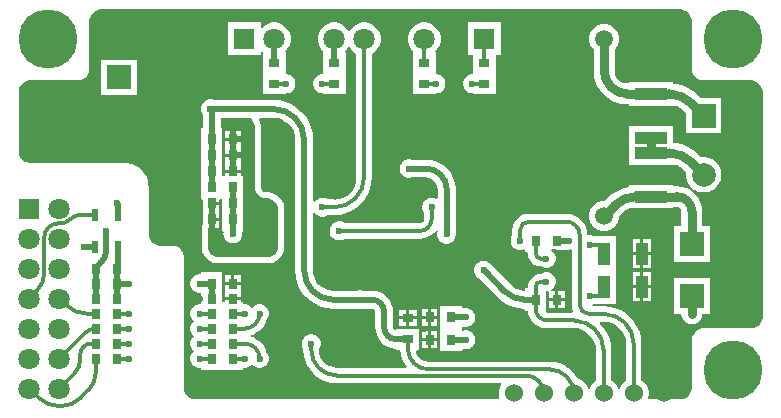
<source format=gbl>
%TF.GenerationSoftware,Altium Limited,Altium Designer,24.1.2 (44)*%
G04 Layer_Physical_Order=2*
G04 Layer_Color=16711680*
%FSLAX45Y45*%
%MOMM*%
%TF.SameCoordinates,791679A7-7A64-4111-B289-18E462613817*%
%TF.FilePolarity,Positive*%
%TF.FileFunction,Copper,L2,Bot,Signal*%
%TF.Part,Single*%
G01*
G75*
%TA.AperFunction,Conductor*%
%ADD10C,0.75000*%
%ADD11C,0.30000*%
%ADD12C,0.50000*%
%TA.AperFunction,SMDPad,CuDef*%
%ADD13R,0.95000X0.80000*%
%ADD17R,2.00000X2.00000*%
%ADD18R,0.80000X0.95000*%
%TA.AperFunction,ComponentPad*%
%ADD27C,1.50000*%
%ADD28R,1.80000X1.80000*%
%ADD29C,1.80000*%
%ADD30R,2.00000X2.00000*%
%ADD31C,2.00000*%
%ADD32R,2.00000X2.00000*%
%ADD33R,1.80000X1.80000*%
%TA.AperFunction,ViaPad*%
%ADD34C,1.52400*%
%ADD35C,5.00000*%
%ADD36C,0.60000*%
%TA.AperFunction,SMDPad,CuDef*%
%ADD37R,2.70000X1.00000*%
%ADD38R,1.00000X1.90000*%
%ADD39R,0.60000X1.00000*%
G36*
X5729169Y3396157D02*
X5747368Y3388619D01*
X5763746Y3377675D01*
X5777675Y3363746D01*
X5788619Y3347368D01*
X5796157Y3329169D01*
X5800000Y3309849D01*
Y2900000D01*
X5800481Y2890198D01*
X5804306Y2870971D01*
X5811808Y2852860D01*
X5822699Y2836560D01*
X5836561Y2822699D01*
X5852860Y2811808D01*
X5870971Y2804306D01*
X5890198Y2800481D01*
X5900000Y2800000D01*
X6309849D01*
X6329169Y2796157D01*
X6347368Y2788619D01*
X6363746Y2777675D01*
X6377675Y2763746D01*
X6388619Y2747368D01*
X6396157Y2729169D01*
X6400000Y2709849D01*
Y2700000D01*
Y800000D01*
Y790151D01*
X6396157Y770831D01*
X6388619Y752632D01*
X6377675Y736254D01*
X6363746Y722325D01*
X6347368Y711381D01*
X6329169Y703843D01*
X6309849Y700000D01*
X5900000D01*
X5890198Y699519D01*
X5870971Y695694D01*
X5852860Y688192D01*
X5836561Y677301D01*
X5822699Y663439D01*
X5811808Y647140D01*
X5804306Y629028D01*
X5800481Y609802D01*
X5800000Y600000D01*
Y190151D01*
X5796157Y170831D01*
X5788619Y152632D01*
X5777675Y136254D01*
X5763746Y122325D01*
X5747368Y111381D01*
X5729169Y103843D01*
X5709849Y100000D01*
X5437902D01*
X5428157Y112700D01*
X5433700Y133385D01*
Y166615D01*
X5425099Y198711D01*
X5408485Y227488D01*
X5384988Y250985D01*
X5373061Y257871D01*
Y568500D01*
X5373486D01*
X5369547Y618557D01*
X5357825Y667381D01*
X5338610Y713771D01*
X5312374Y756583D01*
X5279764Y794764D01*
X5241583Y827375D01*
X5198771Y853610D01*
X5152381Y872825D01*
X5103557Y884547D01*
X5053500Y888486D01*
Y888061D01*
X4958074D01*
X4956402Y900761D01*
X4964579Y902952D01*
X4972457Y907500D01*
X5157500D01*
Y1187500D01*
Y1477500D01*
X4972456D01*
X4964579Y1482048D01*
X4944232Y1487500D01*
X4926476D01*
X4921482Y1489849D01*
X4915253Y1498527D01*
X4912468Y1526806D01*
X4902461Y1559794D01*
X4886211Y1590195D01*
X4864342Y1616842D01*
X4837695Y1638711D01*
X4807294Y1654961D01*
X4774306Y1664968D01*
X4740000Y1668347D01*
Y1668061D01*
X4417500D01*
Y1668686D01*
X4381605Y1663961D01*
X4348157Y1650106D01*
X4319434Y1628066D01*
X4297394Y1599343D01*
X4283539Y1565895D01*
X4278814Y1530000D01*
X4279439D01*
Y1488945D01*
X4270452Y1473379D01*
X4265000Y1453032D01*
Y1431968D01*
X4270452Y1411621D01*
X4280984Y1393379D01*
X4295879Y1378484D01*
X4314121Y1367952D01*
X4334468Y1362500D01*
X4355532D01*
X4374800Y1367663D01*
X4378251Y1367301D01*
X4387500Y1361961D01*
Y1345000D01*
X4405032D01*
X4411551Y1335000D01*
X4415331Y1306285D01*
X4426415Y1279526D01*
X4444047Y1256548D01*
X4467025Y1238916D01*
X4493784Y1227832D01*
X4521499Y1224183D01*
X4536621Y1215452D01*
X4556968Y1210001D01*
X4578032D01*
X4598379Y1215452D01*
X4616621Y1225985D01*
X4631516Y1240879D01*
X4642048Y1259122D01*
X4647500Y1279468D01*
Y1300533D01*
X4642048Y1320879D01*
X4631516Y1339122D01*
X4616621Y1354016D01*
X4611626Y1356900D01*
X4615029Y1369600D01*
X4637512D01*
X4637921Y1369431D01*
X4657500Y1366853D01*
X4757500D01*
X4771739Y1368728D01*
X4784439Y1360132D01*
Y899000D01*
X4783779D01*
X4788642Y862061D01*
X4795394Y845761D01*
X4786908Y833061D01*
X4573787D01*
Y833182D01*
X4570978Y833741D01*
X4567500Y845000D01*
X4567500Y845000D01*
Y1012512D01*
X4580200Y1014753D01*
X4592100Y1005622D01*
Y955200D01*
X4644800D01*
Y1015400D01*
X4615028D01*
X4611625Y1028100D01*
X4616621Y1030984D01*
X4631516Y1045879D01*
X4642048Y1064122D01*
X4647500Y1084468D01*
Y1105532D01*
X4642048Y1125879D01*
X4631516Y1144121D01*
X4616621Y1159016D01*
X4598379Y1169548D01*
X4578032Y1175000D01*
X4556968D01*
X4536621Y1169548D01*
X4521499Y1160818D01*
X4493784Y1157169D01*
X4467025Y1146085D01*
X4444047Y1128453D01*
X4426415Y1105475D01*
X4415331Y1078716D01*
X4411551Y1050000D01*
X4405033Y1040000D01*
X4387500D01*
Y1028438D01*
X4374800Y1018788D01*
X4352491Y1020985D01*
X4323635Y1029738D01*
X4297041Y1043953D01*
X4274130Y1062756D01*
X4273815Y1063166D01*
X4109924Y1227057D01*
X4101516Y1241621D01*
X4086621Y1256516D01*
X4068379Y1267048D01*
X4048032Y1272500D01*
X4026968D01*
X4006621Y1267048D01*
X3988379Y1256516D01*
X3973484Y1241621D01*
X3962952Y1223379D01*
X3957500Y1203032D01*
Y1181968D01*
X3962952Y1161621D01*
X3973484Y1143379D01*
X3988379Y1128484D01*
X4002943Y1120075D01*
X4166834Y956185D01*
X4166626Y955977D01*
X4203054Y924865D01*
X4243901Y899834D01*
X4288160Y881501D01*
X4334742Y870318D01*
X4382500Y866559D01*
X4387500Y855930D01*
Y845000D01*
X4413570D01*
X4414834Y832169D01*
X4424056Y801766D01*
X4439033Y773747D01*
X4459188Y749188D01*
X4483747Y729033D01*
X4511766Y714056D01*
X4542169Y704834D01*
X4573787Y701720D01*
Y701939D01*
X4799500D01*
X4800365Y702053D01*
X4836301Y698514D01*
X4871689Y687779D01*
X4904302Y670347D01*
X4932888Y646888D01*
X4956347Y618302D01*
X4973779Y585689D01*
X4984514Y550302D01*
X4988053Y514365D01*
X4987939Y513500D01*
Y257871D01*
X4976011Y250985D01*
X4952515Y227488D01*
X4935900Y198711D01*
X4933074Y188163D01*
X4919926D01*
X4917099Y198711D01*
X4900485Y227488D01*
X4876988Y250985D01*
X4848211Y267599D01*
X4836532Y270729D01*
X4836081Y271818D01*
X4814081Y307719D01*
X4786736Y339736D01*
X4754719Y367081D01*
X4718818Y389081D01*
X4679917Y405194D01*
X4638975Y415024D01*
X4597000Y418327D01*
Y418061D01*
X3572202D01*
X3571292Y417941D01*
X3543504Y421599D01*
X3516762Y432676D01*
X3493797Y450297D01*
X3476176Y473261D01*
X3465099Y500004D01*
X3463987Y508451D01*
X3472361Y518000D01*
X3493500D01*
Y698000D01*
X3298500D01*
Y688000D01*
X3284593D01*
X3282798Y687519D01*
X3277386Y691136D01*
X3271947Y699274D01*
X3270038Y708875D01*
X3269897D01*
Y841625D01*
X3270101D01*
X3266705Y876103D01*
X3256648Y909255D01*
X3240317Y939809D01*
X3218339Y966589D01*
X3191559Y988567D01*
X3161005Y1004898D01*
X3127853Y1014955D01*
X3093375Y1018351D01*
Y1018147D01*
X3019277D01*
X3003032Y1022500D01*
X2981968D01*
X2965723Y1018147D01*
X2764000D01*
X2763127Y1018032D01*
X2730629Y1021233D01*
X2698540Y1030967D01*
X2668967Y1046774D01*
X2643047Y1068047D01*
X2621774Y1093968D01*
X2605967Y1123541D01*
X2596233Y1155629D01*
X2593032Y1188127D01*
X2593147Y1189000D01*
Y1675312D01*
X2605847Y1678715D01*
X2607484Y1675879D01*
X2622379Y1660984D01*
X2640621Y1650452D01*
X2660968Y1645000D01*
X2682032D01*
X2702379Y1650452D01*
X2717946Y1659439D01*
X2771500D01*
Y1659014D01*
X2821557Y1662953D01*
X2870381Y1674675D01*
X2916771Y1693890D01*
X2959583Y1720126D01*
X2997764Y1752736D01*
X3030374Y1790917D01*
X3056610Y1833729D01*
X3075825Y1880119D01*
X3087547Y1928943D01*
X3091486Y1979000D01*
X3091061D01*
Y3026194D01*
X3111462Y3037972D01*
X3137528Y3064038D01*
X3155959Y3095962D01*
X3165500Y3131569D01*
Y3168431D01*
X3155959Y3204038D01*
X3137528Y3235962D01*
X3111462Y3262028D01*
X3079538Y3280459D01*
X3043931Y3290000D01*
X3007069D01*
X2971462Y3280459D01*
X2939538Y3262028D01*
X2913472Y3235962D01*
X2904850Y3221028D01*
X2892150D01*
X2883528Y3235962D01*
X2857462Y3262028D01*
X2825538Y3280459D01*
X2789931Y3290000D01*
X2753069D01*
X2717462Y3280459D01*
X2685538Y3262028D01*
X2659472Y3235962D01*
X2641041Y3204038D01*
X2631500Y3168431D01*
Y3131569D01*
X2641041Y3095962D01*
X2659472Y3064038D01*
X2671205Y3052305D01*
X2673999Y3040000D01*
X2674000D01*
X2674000Y3039999D01*
Y2872700D01*
X2674000Y2860000D01*
X2667483Y2850000D01*
X2660968D01*
X2640621Y2844548D01*
X2622379Y2834016D01*
X2607484Y2819121D01*
X2596952Y2800879D01*
X2591500Y2780532D01*
Y2759468D01*
X2596952Y2739121D01*
X2607484Y2720879D01*
X2622379Y2705984D01*
X2640621Y2695452D01*
X2660968Y2690000D01*
X2674000D01*
Y2680000D01*
X2869000D01*
Y2847300D01*
X2869000Y2860000D01*
X2869000Y2872700D01*
Y3040000D01*
X2869000D01*
X2866214Y3046725D01*
X2883528Y3064038D01*
X2892150Y3078973D01*
X2904850D01*
X2913472Y3064038D01*
X2939538Y3037972D01*
X2959939Y3026194D01*
Y1979000D01*
X2960053Y1978135D01*
X2956514Y1942199D01*
X2945779Y1906811D01*
X2928347Y1874198D01*
X2904888Y1845613D01*
X2876302Y1822153D01*
X2843689Y1804721D01*
X2808301Y1793986D01*
X2772365Y1790447D01*
X2771500Y1790561D01*
X2717946D01*
X2702379Y1799548D01*
X2682032Y1805000D01*
X2660968D01*
X2640621Y1799548D01*
X2622379Y1789016D01*
X2607484Y1774121D01*
X2605847Y1771286D01*
X2593147Y1774688D01*
Y2296000D01*
X2593540D01*
X2589385Y2348803D01*
X2577020Y2400306D01*
X2556751Y2449240D01*
X2529076Y2494401D01*
X2494677Y2534677D01*
X2454401Y2569076D01*
X2409240Y2596751D01*
X2360306Y2617020D01*
X2308803Y2629385D01*
X2256000Y2633541D01*
Y2633147D01*
X1750777D01*
X1734532Y2637500D01*
X1713468D01*
X1693121Y2632048D01*
X1674879Y2621516D01*
X1659984Y2606621D01*
X1649452Y2588379D01*
X1644000Y2568032D01*
Y2546968D01*
X1649452Y2526621D01*
X1658353Y2511205D01*
Y2397500D01*
X1644000D01*
Y2202500D01*
Y2067500D01*
Y1932500D01*
Y1797500D01*
X1656924D01*
X1663980Y1786940D01*
X1660930Y1779579D01*
X1658353Y1760000D01*
Y1625000D01*
Y1579768D01*
X1652901Y1571609D01*
X1649020Y1552100D01*
Y1400002D01*
X1649020Y1390152D01*
X1649999Y1385227D01*
Y1380205D01*
X1653842Y1360886D01*
X1655763Y1356246D01*
X1656743Y1351322D01*
X1664281Y1333123D01*
X1667070Y1328949D01*
X1668992Y1324309D01*
X1679935Y1307930D01*
X1683486Y1304380D01*
X1686275Y1300205D01*
X1700204Y1286276D01*
X1704380Y1283486D01*
X1707930Y1279935D01*
X1724309Y1268992D01*
X1728949Y1267070D01*
X1733124Y1264281D01*
X1751322Y1256743D01*
X1756247Y1255764D01*
X1760885Y1253842D01*
X1780205Y1250000D01*
X1785227D01*
X1790152Y1249020D01*
X1800002Y1249021D01*
X2199990Y1249021D01*
X2209839Y1249020D01*
X2214765Y1249999D01*
X2219787Y1249999D01*
X2239108Y1253840D01*
X2243748Y1255762D01*
X2248673Y1256741D01*
X2266873Y1264278D01*
X2271049Y1267068D01*
X2275688Y1268989D01*
X2292068Y1279933D01*
X2295619Y1283483D01*
X2299794Y1286273D01*
X2313724Y1300202D01*
X2316514Y1304378D01*
X2320064Y1307929D01*
X2331009Y1324308D01*
X2332930Y1328947D01*
X2335720Y1333123D01*
X2343258Y1351323D01*
X2344237Y1356248D01*
X2346159Y1360887D01*
X2350001Y1380208D01*
X2350001Y1385230D01*
X2350980Y1390156D01*
X2350979Y1399998D01*
X2350980Y1400001D01*
Y1700000D01*
X2350979Y1709851D01*
X2350000Y1714775D01*
Y1719795D01*
X2346157Y1739115D01*
X2344235Y1743753D01*
X2343256Y1748678D01*
X2335717Y1766877D01*
X2332928Y1771051D01*
X2331007Y1775690D01*
X2320063Y1792069D01*
X2316513Y1795619D01*
X2313723Y1799794D01*
X2299794Y1813723D01*
X2295619Y1816512D01*
X2292069Y1820063D01*
X2275690Y1831006D01*
X2271052Y1832927D01*
X2266877Y1835717D01*
X2248678Y1843256D01*
X2243753Y1844235D01*
X2239115Y1846157D01*
X2219795Y1850000D01*
X2214774D01*
X2209849Y1850979D01*
X2201254D01*
X2196455Y1851215D01*
X2185842Y1853326D01*
X2177008Y1856985D01*
X2169058Y1862297D01*
X2162297Y1869058D01*
X2156986Y1877007D01*
X2153326Y1885842D01*
X2151215Y1896455D01*
X2150980Y1901248D01*
X2150979Y2400000D01*
Y2409849D01*
X2150000Y2414774D01*
Y2419795D01*
X2146157Y2439115D01*
X2144235Y2443753D01*
X2143256Y2448678D01*
X2135718Y2466877D01*
X2134197Y2469153D01*
X2135809Y2474708D01*
X2141437Y2481853D01*
X2256000D01*
X2257189Y2482010D01*
X2292311Y2478550D01*
X2327228Y2467958D01*
X2359406Y2450759D01*
X2387611Y2427611D01*
X2410758Y2399406D01*
X2427958Y2367228D01*
X2438550Y2332312D01*
X2442009Y2297189D01*
X2441853Y2296000D01*
Y1189000D01*
X2441506D01*
X2445476Y1138551D01*
X2457290Y1089344D01*
X2476656Y1042591D01*
X2503097Y999443D01*
X2535962Y960962D01*
X2574443Y928097D01*
X2617591Y901656D01*
X2664344Y882290D01*
X2713551Y870477D01*
X2764000Y866506D01*
Y866853D01*
X2965723D01*
X2981968Y862500D01*
X3003032D01*
X3019277Y866853D01*
X3093375D01*
Y866712D01*
X3102976Y864803D01*
X3111114Y859365D01*
X3116553Y851226D01*
X3118462Y841625D01*
X3118603D01*
Y708875D01*
X3118399D01*
X3121795Y674397D01*
X3131851Y641245D01*
X3148183Y610691D01*
X3170161Y583911D01*
X3196941Y561933D01*
X3227495Y545601D01*
X3260592Y535562D01*
X3264246Y533452D01*
X3284593Y528000D01*
X3298500D01*
Y518000D01*
X3330887D01*
X3334490Y481418D01*
X3348282Y435951D01*
X3370680Y394049D01*
X3384637Y377041D01*
X3379207Y365561D01*
X2796283D01*
X2796158Y365544D01*
X2766385Y368477D01*
X2737636Y377197D01*
X2711141Y391359D01*
X2687918Y410418D01*
X2668859Y433641D01*
X2654697Y460136D01*
X2645976Y488885D01*
X2643044Y518658D01*
X2643060Y518783D01*
Y524554D01*
X2652048Y540121D01*
X2657500Y560468D01*
Y581532D01*
X2652048Y601879D01*
X2641516Y620121D01*
X2626621Y635016D01*
X2608379Y645548D01*
X2588032Y651000D01*
X2566968D01*
X2546621Y645548D01*
X2528379Y635016D01*
X2513484Y620121D01*
X2502952Y601879D01*
X2497500Y581532D01*
Y560468D01*
X2502952Y540121D01*
X2508650Y530252D01*
X2511622Y518783D01*
X2511622D01*
X2515127Y474252D01*
X2525555Y430818D01*
X2542648Y389550D01*
X2565988Y351464D01*
X2594997Y317497D01*
X2628963Y288488D01*
X2667050Y265149D01*
X2708318Y248055D01*
X2751752Y237627D01*
X2796283Y234122D01*
Y234439D01*
X4180299D01*
X4187195Y221739D01*
X4173900Y198711D01*
X4165300Y166615D01*
Y133385D01*
X4170843Y112700D01*
X4161098Y100000D01*
X1590151D01*
X1570831Y103843D01*
X1552632Y111381D01*
X1536254Y122325D01*
X1522325Y136254D01*
X1511381Y152632D01*
X1503843Y170831D01*
X1500000Y190151D01*
Y200000D01*
Y1300000D01*
X1499518Y1309802D01*
X1495694Y1329028D01*
X1488192Y1347140D01*
X1477301Y1363439D01*
X1463439Y1377301D01*
X1447140Y1388192D01*
X1429028Y1395694D01*
X1409802Y1399518D01*
X1400000Y1400000D01*
X1290151D01*
X1270831Y1403843D01*
X1252632Y1411381D01*
X1236254Y1422325D01*
X1222325Y1436254D01*
X1211381Y1452632D01*
X1203843Y1470831D01*
X1200000Y1490151D01*
Y1900000D01*
X1199037Y1919603D01*
X1191388Y1958057D01*
X1176384Y1994279D01*
X1154602Y2026879D01*
X1126878Y2054602D01*
X1094279Y2076384D01*
X1058057Y2091388D01*
X1019603Y2099037D01*
X1000000Y2100000D01*
X190151D01*
X170831Y2103843D01*
X152632Y2111381D01*
X136254Y2122325D01*
X122325Y2136254D01*
X111381Y2152632D01*
X103843Y2170831D01*
X100000Y2190151D01*
Y2200000D01*
Y2700000D01*
Y2709849D01*
X103843Y2729169D01*
X111381Y2747368D01*
X122325Y2763746D01*
X136254Y2777675D01*
X152632Y2788619D01*
X170831Y2796157D01*
X190151Y2800000D01*
X600000D01*
X609802Y2800481D01*
X629028Y2804306D01*
X647140Y2811808D01*
X663439Y2822699D01*
X677301Y2836560D01*
X688192Y2852860D01*
X695694Y2870971D01*
X699519Y2890198D01*
X700000Y2900000D01*
Y3309849D01*
X703843Y3329169D01*
X711381Y3347368D01*
X722325Y3363746D01*
X736254Y3377675D01*
X752632Y3388619D01*
X770831Y3396157D01*
X790151Y3400000D01*
X5709849D01*
X5729169Y3396157D01*
D02*
G37*
G36*
X2063746Y2477675D02*
X2077675Y2463746D01*
X2088619Y2447367D01*
X2096157Y2429169D01*
X2100000Y2409849D01*
Y2400000D01*
X2100000Y1900000D01*
X2100481Y1890198D01*
X2104306Y1870971D01*
X2111808Y1852860D01*
X2122699Y1836560D01*
X2136561Y1822699D01*
X2152860Y1811808D01*
X2170971Y1804306D01*
X2190198Y1800481D01*
X2200000Y1800000D01*
Y1800000D01*
X2209849D01*
X2229169Y1796157D01*
X2247368Y1788618D01*
X2263746Y1777675D01*
X2277675Y1763746D01*
X2288618Y1747368D01*
X2296157Y1729169D01*
X2300000Y1709849D01*
X2300000Y1700000D01*
Y1400001D01*
X2299999Y1400000D01*
X2300000Y1390151D01*
X2296158Y1370830D01*
X2288620Y1352630D01*
X2277676Y1336251D01*
X2263747Y1322322D01*
X2247367Y1311378D01*
X2229167Y1303841D01*
X2209846Y1299999D01*
X2199997Y1300001D01*
X1799999Y1300000D01*
X1790150Y1300000D01*
X1770830Y1303842D01*
X1752631Y1311380D01*
X1736252Y1322324D01*
X1722323Y1336253D01*
X1711380Y1352631D01*
X1703842Y1370830D01*
X1699999Y1390150D01*
X1700000Y1399999D01*
Y1552100D01*
X1721300D01*
Y1625000D01*
X1734000D01*
Y1637700D01*
X1799400D01*
Y1687100D01*
Y1747300D01*
X1734000D01*
Y1772700D01*
X1799400D01*
Y1788520D01*
X1808380Y1797500D01*
X1823999Y1797500D01*
X1824000Y1784801D01*
Y1662500D01*
Y1527500D01*
X1825053D01*
X1827265Y1526170D01*
X1835258Y1514800D01*
X1833310Y1500000D01*
X1836059Y1479116D01*
X1844120Y1459655D01*
X1856943Y1442944D01*
X1873655Y1430120D01*
X1893116Y1422059D01*
X1914000Y1419310D01*
X1934884Y1422059D01*
X1954345Y1430120D01*
X1971057Y1442944D01*
X1983880Y1459655D01*
X1991941Y1479116D01*
X1994690Y1500000D01*
X1992742Y1514800D01*
X2000735Y1526170D01*
X2002947Y1527500D01*
X2004000D01*
Y1662500D01*
Y1797500D01*
Y1992500D01*
X1979400D01*
Y2017300D01*
X1914000D01*
X1848600D01*
Y2001480D01*
X1839620Y1992500D01*
X1824000Y1992500D01*
X1824000Y2005200D01*
Y2067500D01*
Y2202500D01*
Y2397500D01*
X1809647D01*
Y2481853D01*
X2057493D01*
X2063746Y2477675D01*
D02*
G37*
G36*
X5090301Y753514D02*
X5125689Y742779D01*
X5158302Y725347D01*
X5186888Y701888D01*
X5210347Y673302D01*
X5227779Y640689D01*
X5238514Y605302D01*
X5242053Y569365D01*
X5241939Y568500D01*
Y257871D01*
X5230011Y250985D01*
X5206515Y227488D01*
X5189900Y198711D01*
X5187074Y188163D01*
X5173926D01*
X5171099Y198711D01*
X5154485Y227488D01*
X5130988Y250985D01*
X5119061Y257871D01*
Y513500D01*
X5119486D01*
X5115547Y563557D01*
X5103825Y612381D01*
X5084610Y658771D01*
X5058374Y701583D01*
X5025764Y739765D01*
X5019606Y745024D01*
X5024002Y756939D01*
X5053500D01*
X5054365Y757053D01*
X5090301Y753514D01*
D02*
G37*
%LPC*%
G36*
X2281931Y3290000D02*
X2245069D01*
X2209462Y3280459D01*
X2177538Y3262028D01*
X2162200Y3246689D01*
X2149500Y3251950D01*
Y3290000D01*
X1869500D01*
Y3010000D01*
X2149500D01*
Y3040483D01*
X2161646Y3045514D01*
X2165999Y3040000D01*
X2166000D01*
X2166000Y3039999D01*
Y2872700D01*
X2166000Y2860000D01*
X2166000Y2847300D01*
Y2680000D01*
X2361000D01*
Y2690000D01*
X2374032D01*
X2394379Y2695452D01*
X2412621Y2705984D01*
X2427516Y2720879D01*
X2438048Y2739121D01*
X2443500Y2759468D01*
Y2780532D01*
X2438048Y2800879D01*
X2427516Y2819121D01*
X2412621Y2834016D01*
X2394379Y2844548D01*
X2374032Y2850000D01*
X2367517D01*
X2361000Y2860000D01*
X2361000Y2872700D01*
Y3040000D01*
X2361000D01*
X2358214Y3046725D01*
X2375528Y3064038D01*
X2393959Y3095962D01*
X2403500Y3131569D01*
Y3168431D01*
X2393959Y3204038D01*
X2375528Y3235962D01*
X2349462Y3262028D01*
X2317538Y3280459D01*
X2281931Y3290000D01*
D02*
G37*
G36*
X3551931D02*
X3515069D01*
X3479462Y3280459D01*
X3447538Y3262028D01*
X3421472Y3235962D01*
X3403041Y3204038D01*
X3393500Y3168431D01*
Y3131569D01*
X3403041Y3095962D01*
X3421472Y3064038D01*
X3433205Y3052305D01*
X3435999Y3040000D01*
X3436000D01*
X3436000Y3040000D01*
Y2872700D01*
X3436000Y2860000D01*
X3436000Y2847300D01*
Y2680000D01*
X3631000D01*
Y2690000D01*
X3644032D01*
X3664379Y2695452D01*
X3682621Y2705984D01*
X3697516Y2720879D01*
X3708048Y2739121D01*
X3713500Y2759468D01*
Y2780532D01*
X3708048Y2800879D01*
X3697516Y2819121D01*
X3682621Y2834016D01*
X3664379Y2844548D01*
X3644032Y2850000D01*
X3637517D01*
X3631000Y2860000D01*
X3631000Y2872700D01*
Y3040000D01*
X3631000D01*
X3628214Y3046725D01*
X3645528Y3064038D01*
X3663959Y3095962D01*
X3673500Y3131569D01*
Y3168431D01*
X3663959Y3204038D01*
X3645528Y3235962D01*
X3619462Y3262028D01*
X3587538Y3280459D01*
X3551931Y3290000D01*
D02*
G37*
G36*
X4181500D02*
X3901500D01*
Y3010000D01*
X3944000D01*
Y2872700D01*
X3944000Y2860000D01*
X3937483Y2850000D01*
X3930968D01*
X3910621Y2844548D01*
X3892379Y2834016D01*
X3877484Y2819121D01*
X3866952Y2800879D01*
X3861500Y2780532D01*
Y2759468D01*
X3866952Y2739121D01*
X3877484Y2720879D01*
X3892379Y2705984D01*
X3910621Y2695452D01*
X3930968Y2690000D01*
X3944000D01*
Y2680000D01*
X4139000D01*
Y2847300D01*
X4139000Y2860000D01*
X4139000Y2872700D01*
Y3010000D01*
X4181500D01*
Y3290000D01*
D02*
G37*
G36*
X1100000Y2975000D02*
X800000D01*
Y2675000D01*
X1100000D01*
Y2975000D01*
D02*
G37*
G36*
X5073957Y3275000D02*
X5041043D01*
X5009252Y3266481D01*
X4980748Y3250025D01*
X4957475Y3226752D01*
X4941019Y3198248D01*
X4932500Y3166457D01*
Y3133543D01*
X4941019Y3101752D01*
X4957475Y3073248D01*
X4969245Y3061479D01*
Y2882500D01*
X4969119D01*
X4972638Y2837778D01*
X4983111Y2794158D01*
X5000278Y2752713D01*
X5023717Y2714463D01*
X5052851Y2680351D01*
X5086963Y2651217D01*
X5125213Y2627778D01*
X5166658Y2610611D01*
X5210278Y2600138D01*
X5255000Y2596619D01*
Y2596618D01*
X5267500Y2596136D01*
Y2585000D01*
X5637500D01*
Y2585000D01*
X5650200Y2591407D01*
X5673326Y2584391D01*
X5702031Y2569048D01*
X5726230Y2549188D01*
X5726989Y2548199D01*
X5750000Y2525188D01*
Y2350000D01*
X6050000D01*
Y2650000D01*
X5874811D01*
X5851801Y2673011D01*
X5852013Y2673224D01*
X5811139Y2708134D01*
X5765307Y2736219D01*
X5715645Y2756790D01*
X5663377Y2769338D01*
X5637500Y2771375D01*
Y2785000D01*
X5267500D01*
Y2773255D01*
X5255000D01*
X5253392Y2773043D01*
X5226616Y2776568D01*
X5200166Y2787525D01*
X5177453Y2804953D01*
X5160024Y2827666D01*
X5149068Y2854116D01*
X5145543Y2880892D01*
X5145755Y2882500D01*
Y3061479D01*
X5157525Y3073248D01*
X5173981Y3101752D01*
X5182500Y3133543D01*
Y3166457D01*
X5173981Y3198248D01*
X5157525Y3226752D01*
X5134252Y3250025D01*
X5105748Y3266481D01*
X5073957Y3275000D01*
D02*
G37*
G36*
X5637500Y2415000D02*
X5267500D01*
Y2215000D01*
Y2085000D01*
X5637500D01*
Y2085000D01*
X5650200Y2091407D01*
X5673326Y2084391D01*
X5702031Y2069048D01*
X5726230Y2049188D01*
X5726989Y2048199D01*
X5751728Y2023461D01*
X5750000Y2014774D01*
Y1985226D01*
X5755764Y1956247D01*
X5767072Y1928948D01*
X5783487Y1904381D01*
X5804380Y1883487D01*
X5828948Y1867072D01*
X5856246Y1855765D01*
X5885226Y1850000D01*
X5914773D01*
X5943753Y1855765D01*
X5971051Y1867072D01*
X5995619Y1883487D01*
X6016512Y1904381D01*
X6032928Y1928948D01*
X6044235Y1956247D01*
X6050000Y1985226D01*
Y2014774D01*
X6044235Y2043753D01*
X6032928Y2071052D01*
X6016512Y2095619D01*
X5995619Y2116513D01*
X5971051Y2132928D01*
X5943753Y2144235D01*
X5914773Y2150000D01*
X5885226D01*
X5876539Y2148272D01*
X5851800Y2173011D01*
X5852013Y2173223D01*
X5811139Y2208134D01*
X5765306Y2236219D01*
X5715645Y2256790D01*
X5663377Y2269338D01*
X5637500Y2271375D01*
Y2415000D01*
D02*
G37*
G36*
X3417032Y2132500D02*
X3395968D01*
X3375621Y2127048D01*
X3357379Y2116516D01*
X3342484Y2101621D01*
X3331952Y2083379D01*
X3326500Y2063032D01*
Y2041968D01*
X3331952Y2021621D01*
X3342484Y2003379D01*
X3357379Y1988484D01*
X3375621Y1977952D01*
X3395968Y1972500D01*
X3417032D01*
X3433277Y1976853D01*
X3550605D01*
X3551423Y1976961D01*
X3575960Y1973730D01*
X3599587Y1963944D01*
X3619876Y1948376D01*
X3635444Y1928087D01*
X3645230Y1904460D01*
X3648461Y1879924D01*
X3648353Y1879105D01*
Y1802392D01*
X3635653Y1795060D01*
X3627879Y1799548D01*
X3607532Y1805000D01*
X3586468D01*
X3566121Y1799548D01*
X3547879Y1789016D01*
X3532984Y1774121D01*
X3522452Y1755879D01*
X3517000Y1735532D01*
Y1714468D01*
X3522452Y1694121D01*
X3531439Y1678555D01*
Y1625000D01*
X3531391D01*
X3528773Y1611839D01*
X3521318Y1600682D01*
X3510161Y1593227D01*
X3497000Y1590609D01*
Y1590561D01*
X2861445D01*
X2845879Y1599548D01*
X2825532Y1605000D01*
X2804468D01*
X2784121Y1599548D01*
X2765879Y1589016D01*
X2750984Y1574121D01*
X2740452Y1555879D01*
X2735000Y1535532D01*
Y1514468D01*
X2740452Y1494121D01*
X2750984Y1475879D01*
X2765879Y1460984D01*
X2784121Y1450452D01*
X2804468Y1445000D01*
X2825532D01*
X2845879Y1450452D01*
X2861445Y1459439D01*
X3497000D01*
Y1459202D01*
X3529345Y1462387D01*
X3560448Y1471823D01*
X3589112Y1487144D01*
X3614237Y1507763D01*
X3630065Y1527049D01*
X3644806Y1525268D01*
X3647199Y1519971D01*
X3644000Y1508032D01*
Y1486968D01*
X3649452Y1466621D01*
X3659984Y1448379D01*
X3674879Y1433484D01*
X3693121Y1422952D01*
X3713468Y1417500D01*
X3734532D01*
X3754879Y1422952D01*
X3773121Y1433484D01*
X3788016Y1448379D01*
X3798548Y1466621D01*
X3804000Y1486968D01*
Y1508032D01*
X3799647Y1524277D01*
Y1879105D01*
X3800202D01*
X3795406Y1927799D01*
X3781202Y1974622D01*
X3758137Y2017774D01*
X3727097Y2055597D01*
X3689274Y2086637D01*
X3646122Y2109702D01*
X3599299Y2123906D01*
X3550605Y2128702D01*
Y2128147D01*
X3433277D01*
X3417032Y2132500D01*
D02*
G37*
G36*
X5452900Y1452900D02*
X5390200D01*
Y1345200D01*
X5452900D01*
Y1452900D01*
D02*
G37*
G36*
X5364800D02*
X5302100D01*
Y1345200D01*
X5364800D01*
Y1452900D01*
D02*
G37*
G36*
X5637500Y1915000D02*
X5267500D01*
Y1897749D01*
X5221855Y1886790D01*
X5172193Y1866220D01*
X5126361Y1838134D01*
X5085487Y1803224D01*
X5085700Y1803011D01*
X5057688Y1775000D01*
X5041043D01*
X5009252Y1766481D01*
X4980748Y1750025D01*
X4957475Y1726752D01*
X4941019Y1698248D01*
X4932500Y1666457D01*
Y1633543D01*
X4941019Y1601752D01*
X4957475Y1573248D01*
X4980748Y1549975D01*
X5009252Y1533519D01*
X5041043Y1525000D01*
X5073957D01*
X5105748Y1533519D01*
X5134252Y1549975D01*
X5157525Y1573248D01*
X5173981Y1601752D01*
X5182500Y1633543D01*
Y1650188D01*
X5210511Y1678200D01*
X5211270Y1679189D01*
X5235469Y1699049D01*
X5256706Y1710400D01*
X5267500Y1715000D01*
X5267500Y1715000D01*
X5637500D01*
Y1726745D01*
X5673750D01*
X5674414Y1726832D01*
X5688374Y1724056D01*
X5700772Y1715772D01*
X5709056Y1703374D01*
X5711832Y1689414D01*
X5711745Y1688750D01*
Y1562500D01*
X5650000D01*
Y1262500D01*
X5950000D01*
Y1562500D01*
X5888255D01*
Y1688750D01*
X5888534D01*
X5884407Y1730653D01*
X5872185Y1770945D01*
X5852337Y1808078D01*
X5825625Y1840625D01*
X5793078Y1867337D01*
X5755945Y1887185D01*
X5715653Y1899407D01*
X5673750Y1903534D01*
Y1903255D01*
X5637500D01*
Y1915000D01*
D02*
G37*
G36*
X5452900Y1319800D02*
X5390200D01*
Y1212100D01*
X5452900D01*
Y1319800D01*
D02*
G37*
G36*
X5364800D02*
X5302100D01*
Y1212100D01*
X5364800D01*
Y1319800D01*
D02*
G37*
G36*
X1979400Y1151900D02*
X1926700D01*
Y1091700D01*
X1979400D01*
Y1151900D01*
D02*
G37*
G36*
X1901300D02*
X1848600D01*
Y1091700D01*
X1901300D01*
Y1151900D01*
D02*
G37*
G36*
X5452900Y1172900D02*
X5390200D01*
Y1065200D01*
X5452900D01*
Y1172900D01*
D02*
G37*
G36*
X5364800D02*
X5302100D01*
Y1065200D01*
X5364800D01*
Y1172900D01*
D02*
G37*
G36*
X1914000Y1079000D02*
D01*
Y1066300D01*
X1848600D01*
Y1006100D01*
Y964700D01*
X1914000D01*
X1979400D01*
Y1006100D01*
Y1066300D01*
X1914000D01*
Y1079000D01*
D02*
G37*
G36*
X4722900Y1015400D02*
X4670200D01*
Y955200D01*
X4722900D01*
Y1015400D01*
D02*
G37*
G36*
X5452900Y1039800D02*
X5390200D01*
Y932100D01*
X5452900D01*
Y1039800D01*
D02*
G37*
G36*
X5364800D02*
X5302100D01*
Y932100D01*
X5364800D01*
Y1039800D01*
D02*
G37*
G36*
X4722900Y929800D02*
X4670200D01*
Y869600D01*
X4722900D01*
Y929800D01*
D02*
G37*
G36*
X4644800D02*
X4592100D01*
Y869600D01*
X4644800D01*
Y929800D01*
D02*
G37*
G36*
X3646400Y865900D02*
X3593700D01*
Y805699D01*
X3646400D01*
Y865900D01*
D02*
G37*
G36*
X3568300D02*
X3515600D01*
Y805699D01*
X3568300D01*
Y865900D01*
D02*
G37*
G36*
X3468900Y853400D02*
X3408700D01*
Y800700D01*
X3468900D01*
Y853400D01*
D02*
G37*
G36*
X3383300D02*
X3323100D01*
Y800700D01*
X3383300D01*
Y853400D01*
D02*
G37*
G36*
X5950000Y1122500D02*
X5650000D01*
Y822500D01*
X5711745D01*
X5714752Y799658D01*
X5723569Y778373D01*
X5737594Y760094D01*
X5755872Y746069D01*
X5777158Y737252D01*
X5800000Y734245D01*
X5822842Y737252D01*
X5844128Y746069D01*
X5862406Y760094D01*
X5876431Y778373D01*
X5885248Y799658D01*
X5888255Y822500D01*
X5950000D01*
Y1122500D01*
D02*
G37*
G36*
X3468900Y775300D02*
X3408700D01*
Y722600D01*
X3468900D01*
Y775300D01*
D02*
G37*
G36*
X3383300D02*
X3323100D01*
Y722600D01*
X3383300D01*
Y775300D01*
D02*
G37*
G36*
X3646400Y780299D02*
X3593700D01*
Y720100D01*
X3646400D01*
Y780299D01*
D02*
G37*
G36*
X3568300D02*
X3515600D01*
Y720100D01*
X3568300D01*
Y780299D01*
D02*
G37*
G36*
X3851000Y890500D02*
X3671000D01*
Y695500D01*
Y505500D01*
X3851000D01*
Y518873D01*
X3863700Y526153D01*
X3875468Y523000D01*
X3896532D01*
X3916879Y528452D01*
X3935121Y538984D01*
X3950016Y553879D01*
X3960548Y572121D01*
X3966000Y592468D01*
Y613532D01*
X3960548Y633879D01*
X3950016Y652121D01*
X3935121Y667016D01*
X3916879Y677548D01*
X3896532Y683000D01*
X3875468D01*
X3863700Y679846D01*
X3851000Y687127D01*
Y708873D01*
X3863700Y716153D01*
X3875468Y713000D01*
X3896532D01*
X3916879Y718452D01*
X3935121Y728984D01*
X3950016Y743879D01*
X3960548Y762121D01*
X3966000Y782468D01*
Y803532D01*
X3960548Y823878D01*
X3950016Y842121D01*
X3935121Y857016D01*
X3916879Y867548D01*
X3896532Y873000D01*
X3875468D01*
X3863700Y869846D01*
X3851000Y877127D01*
Y890500D01*
D02*
G37*
G36*
X3646400Y675900D02*
X3593700D01*
Y615700D01*
X3646400D01*
Y675900D01*
D02*
G37*
G36*
X3568300D02*
X3515600D01*
Y615700D01*
X3568300D01*
Y675900D01*
D02*
G37*
G36*
X3646400Y590300D02*
X3593700D01*
Y530100D01*
X3646400D01*
Y590300D01*
D02*
G37*
G36*
X3568300D02*
X3515600D01*
Y530100D01*
X3568300D01*
Y590300D01*
D02*
G37*
G36*
X1824000Y1176500D02*
X1644000D01*
Y1159000D01*
X1623468D01*
X1603121Y1153548D01*
X1584879Y1143016D01*
X1569984Y1128121D01*
X1559452Y1109879D01*
X1554000Y1089532D01*
Y1068468D01*
X1559452Y1048121D01*
X1569984Y1029879D01*
X1584879Y1014984D01*
X1603121Y1004452D01*
X1623468Y999000D01*
X1644000D01*
Y905000D01*
X1623468D01*
X1603121Y899548D01*
X1584879Y889016D01*
X1569984Y874121D01*
X1559452Y855879D01*
X1554000Y835532D01*
Y814468D01*
X1559452Y794121D01*
X1569984Y775879D01*
X1584363Y761500D01*
X1569984Y747121D01*
X1559452Y728879D01*
X1554000Y708532D01*
Y687468D01*
X1559452Y667121D01*
X1569984Y648879D01*
X1584363Y634500D01*
X1569984Y620121D01*
X1559452Y601879D01*
X1554000Y581532D01*
Y560468D01*
X1559452Y540121D01*
X1569984Y521879D01*
X1584363Y507500D01*
X1569984Y493121D01*
X1559452Y474879D01*
X1554000Y454532D01*
Y433468D01*
X1559452Y413121D01*
X1569984Y394879D01*
X1584879Y379984D01*
X1603121Y369452D01*
X1623468Y364000D01*
X1644000D01*
Y346500D01*
X1811300D01*
X1824000Y346500D01*
X1836700Y346500D01*
X2004000D01*
Y364000D01*
X2024532D01*
X2044879Y369452D01*
X2063121Y379984D01*
X2077500Y394363D01*
X2091879Y379984D01*
X2110121Y369452D01*
X2130468Y364000D01*
X2151532D01*
X2171879Y369452D01*
X2190121Y379984D01*
X2205016Y394879D01*
X2215548Y413121D01*
X2221000Y433468D01*
Y454532D01*
X2215548Y474879D01*
X2205016Y493121D01*
X2197441Y500696D01*
X2192243Y517831D01*
X2174415Y551186D01*
X2150421Y580421D01*
X2121186Y604415D01*
X2087831Y622243D01*
X2069300Y627864D01*
Y641136D01*
X2087831Y646757D01*
X2121186Y664585D01*
X2150421Y688579D01*
X2174415Y717814D01*
X2192243Y751169D01*
X2197441Y768304D01*
X2205016Y775879D01*
X2215548Y794121D01*
X2221000Y814468D01*
Y835532D01*
X2215548Y855879D01*
X2205016Y874121D01*
X2190121Y889016D01*
X2171879Y899548D01*
X2151532Y905000D01*
X2130468D01*
X2110121Y899548D01*
X2091879Y889016D01*
X2077500Y874637D01*
X2063121Y889016D01*
X2044879Y899548D01*
X2024532Y905000D01*
X2004000D01*
Y922500D01*
X1979400D01*
Y939300D01*
X1914000D01*
X1848600D01*
Y931480D01*
X1839620Y922500D01*
X1824000Y922500D01*
X1824000Y935199D01*
Y981500D01*
Y1176500D01*
D02*
G37*
G36*
X1979400Y2372900D02*
X1926700D01*
Y2312700D01*
X1979400D01*
Y2372900D01*
D02*
G37*
G36*
X1901300D02*
X1848600D01*
Y2312700D01*
X1901300D01*
Y2372900D01*
D02*
G37*
G36*
X1979400Y2287300D02*
X1914000D01*
X1848600D01*
Y2227100D01*
Y2177700D01*
X1914000D01*
X1979400D01*
Y2227100D01*
Y2287300D01*
D02*
G37*
G36*
Y2152300D02*
X1914000D01*
X1848600D01*
Y2092100D01*
Y2042700D01*
X1914000D01*
X1979400D01*
Y2092100D01*
Y2152300D01*
D02*
G37*
G36*
X1799400Y1612300D02*
X1746700D01*
Y1552100D01*
X1799400D01*
Y1612300D01*
D02*
G37*
%LPD*%
D10*
X5789395Y2110605D02*
G03*
X5609789Y2185000I-179605J-179605D01*
G01*
X5057500Y2882500D02*
G03*
X5255000Y2685000I197500J0D01*
G01*
X5789395Y2610605D02*
G03*
X5609790Y2685000I-179605J-179605D01*
G01*
X5327710Y1815000D02*
G03*
X5148105Y1740605I0J-254000D01*
G01*
X5800000Y1688750D02*
G03*
X5673750Y1815000I-126250J0D01*
G01*
X5789395Y2110605D02*
X5900000Y2000000D01*
X5452500Y2185000D02*
X5609789D01*
X5057500Y2882500D02*
Y3150000D01*
X5255000Y2685000D02*
X5452500D01*
X5609790D01*
X5789395Y2610605D02*
X5900000Y2500000D01*
X5057500Y1650000D02*
X5148105Y1740605D01*
X5452500Y1815000D02*
X5673750D01*
X5327710D02*
X5452500D01*
X5800000Y1562500D02*
Y1688750D01*
Y1412500D02*
Y1562500D01*
Y822500D02*
Y972500D01*
X5452500Y2185000D02*
Y2315000D01*
D11*
X4545500Y150000D02*
G03*
X4395500Y300000I-150000J0D01*
G01*
X4799500Y150000D02*
G03*
X4597000Y352500I-202500J0D01*
G01*
X5053500Y513500D02*
G03*
X4799500Y767500I-254000J0D01*
G01*
X4850000Y899000D02*
G03*
X4926500Y822500I76500J0D01*
G01*
X5307500Y568500D02*
G03*
X5053500Y822500I-254000J0D01*
G01*
X4850000Y1492500D02*
G03*
X4740000Y1602500I-110000J0D01*
G01*
X4477500Y863787D02*
G03*
X4573787Y767500I96287J0D01*
G01*
X4417500Y1602500D02*
G03*
X4345000Y1530000I0J-72500D01*
G01*
X2577500Y518783D02*
G03*
X2796283Y300000I218783J0D01*
G01*
X3396000Y528702D02*
G03*
X3572202Y352500I176202J0D01*
G01*
X4522500Y1095000D02*
G03*
X4477500Y1050000I0J-45000D01*
G01*
Y1335001D02*
G03*
X4522500Y1290000I45000J0D01*
G01*
X2771500Y1725000D02*
G03*
X3025500Y1979000I0J254000D01*
G01*
X3497000Y1525000D02*
G03*
X3597000Y1625000I0J100000D01*
G01*
X2141000Y444000D02*
G03*
X2014000Y571000I-127000J0D01*
G01*
Y698000D02*
G03*
X2141000Y825000I0J127000D01*
G01*
X446967Y1587500D02*
G03*
X537500Y1625000I0J128033D01*
G01*
X537558Y1625058D02*
G03*
X537500Y1625000I90475J-90590D01*
G01*
X628033Y1662500D02*
G03*
X537558Y1625058I0J-128032D01*
G01*
X432730Y1587500D02*
G03*
X351301Y1553801I0J-115230D01*
G01*
X351199Y1553699D02*
G03*
X317500Y1472270I81530J-81429D01*
G01*
X351301Y1553801D02*
G03*
X351250Y1553750I81429J-81530D01*
G01*
D02*
G03*
X351199Y1553699I81480J-81480D01*
G01*
X253750Y1015750D02*
G03*
X317500Y1169656I-153906J153906D01*
G01*
X691789Y176789D02*
G03*
X754000Y327109I-150503J150320D01*
G01*
X691697Y176697D02*
G03*
X691789Y176789I-150411J150411D01*
G01*
X265605Y114395D02*
G03*
X445210Y40000I179605J179605D01*
G01*
X449790D02*
G03*
X629395Y114395I0J254000D01*
G01*
X649250Y544250D02*
G03*
X622500Y479670I64580J-64580D01*
G01*
X713830Y571000D02*
G03*
X649250Y544250I0J-91330D01*
G01*
X569880Y315880D02*
G03*
X622500Y443000I-127239J127120D01*
G01*
X569821Y315820D02*
G03*
X569880Y315880I-127180J127180D01*
G01*
X496605Y899395D02*
G03*
X676210Y825000I179605J179605D01*
G01*
X754000Y698000D02*
G03*
X658402Y658402I0J-135196D01*
G01*
X2796283Y300000D02*
X4395500D01*
X3572202Y352500D02*
X4597000D01*
X4573787Y767500D02*
X4799500D01*
X5053500Y150000D02*
Y513500D01*
X4926500Y822500D02*
X5053500D01*
X5307500Y150000D02*
Y568500D01*
X4850000Y899000D02*
Y1492500D01*
X4477500Y863787D02*
Y942500D01*
X4417500Y1602500D02*
X4740000D01*
X4345000Y1442500D02*
Y1530000D01*
X4477500Y942500D02*
Y1050000D01*
X2577500Y518783D02*
Y571000D01*
X3396000Y528702D02*
Y608000D01*
X4933700Y977500D02*
X5057500D01*
Y1052500D01*
X4933700Y1407500D02*
X5057500D01*
Y1332500D02*
Y1407500D01*
X4522500Y1290000D02*
X4567500D01*
X4477500Y1335001D02*
Y1442500D01*
X4522500Y1095000D02*
X4567500D01*
X2671500Y1725000D02*
X2771500D01*
X3025500Y1979000D02*
Y3150000D01*
X3597000Y1625000D02*
Y1725000D01*
X2815000Y1525000D02*
X3497000D01*
X1914000Y571000D02*
X2014000D01*
X1914000Y698000D02*
X2014000D01*
X1914000Y825000D02*
X2014000D01*
X1914000Y444000D02*
X2014000D01*
X1634000Y825000D02*
X1734000D01*
X1634000Y698000D02*
X1734000D01*
X1634000Y571000D02*
X1734000D01*
X1634000Y444000D02*
X1734000D01*
X934000D02*
X1034000D01*
X934000Y571000D02*
X1034000D01*
X934000Y698000D02*
X1034000D01*
X934000Y825000D02*
X1034000D01*
X3941500Y2770000D02*
X4041500D01*
X3533500D02*
X3633500D01*
X4041500Y2950000D02*
Y3150000D01*
X3533500Y2950000D02*
Y3150000D01*
X2671500Y2770000D02*
X2771500D01*
X2263500D02*
X2363500D01*
X628033Y1662500D02*
X749000D01*
X432730Y1587500D02*
X446967D01*
X317500Y1169656D02*
Y1472270D01*
X190000Y952000D02*
X253750Y1015750D01*
X629395Y114395D02*
X691697Y176697D01*
X754000Y327109D02*
Y444000D01*
X445210Y40000D02*
X449790D01*
X190000Y190000D02*
X265605Y114395D01*
X713830Y571000D02*
X754000D01*
X622500Y443000D02*
Y479670D01*
X444000Y190000D02*
X569821Y315821D01*
X444000Y952000D02*
X496605Y899395D01*
X676210Y825000D02*
X754000D01*
X444000Y444000D02*
X658402Y658402D01*
D12*
X1734000Y1445000D02*
G03*
X1824000Y1355000I90000J0D01*
G01*
X2517500Y1189000D02*
G03*
X2764000Y942500I246500J0D01*
G01*
X2517500Y2296000D02*
G03*
X2256000Y2557500I-261500J0D01*
G01*
X4220325Y1009675D02*
G03*
X4382500Y942500I162175J162175D01*
G01*
X3194250Y708875D02*
G03*
X3295125Y608000I100875J0D01*
G01*
X3194250Y841625D02*
G03*
X3093375Y942500I-100875J0D01*
G01*
X3724000Y1879105D02*
G03*
X3550605Y2052500I-173395J0D01*
G01*
X1734000Y2547500D02*
G03*
X1724000Y2557500I-10000J0D01*
G01*
X799000Y1258500D02*
G03*
X844000Y1367140I-108640J108640D01*
G01*
X939000Y1750429D02*
G03*
X934000Y1762500I-17071J0D01*
G01*
X934000Y1206000D02*
G03*
X939000Y1218071I-12072J12072D01*
G01*
X1824000Y1355000D02*
X1914000D01*
X4657500Y1442500D02*
X4757500D01*
X1734000Y1445000D02*
Y1625000D01*
X1914000Y2165000D02*
X2039000D01*
X1914000Y2300000D02*
X2039000D01*
X1914000D02*
Y2425000D01*
X1724000Y2557500D02*
X2256000D01*
X2517500Y1189000D02*
Y2296000D01*
X2764000Y942500D02*
X2992500D01*
X1914000Y2030000D02*
Y2165000D01*
Y2300000D01*
X1734000Y1625000D02*
Y1760000D01*
X4382500Y942500D02*
X4477500D01*
X3295125Y608000D02*
X3396000D01*
X4037500Y1192500D02*
X4220325Y1009675D01*
X3761000Y603000D02*
X3886000D01*
X3761000Y793000D02*
X3886000D01*
X3194250Y708875D02*
Y841625D01*
X2992500Y942500D02*
X3093375D01*
X3406500Y2052500D02*
X3550605D01*
X3724000Y1497500D02*
Y1879105D01*
X1734000Y2300000D02*
Y2547500D01*
Y2165000D02*
Y2300000D01*
Y2030000D02*
Y2165000D01*
Y1895000D02*
Y2030000D01*
X1914000Y1500000D02*
Y1625000D01*
Y1760000D02*
Y1895000D01*
Y1625000D02*
Y1760000D01*
X1734000Y952000D02*
Y1079000D01*
X1634000D02*
X1734000D01*
X934000D02*
X1034000D01*
X934000Y952000D02*
Y1079000D01*
X2771500Y2950000D02*
Y3150000D01*
X2263500Y2950000D02*
Y3150000D01*
X754000Y1213500D02*
X799000Y1258500D01*
X939000Y1662500D02*
Y1750429D01*
X654000Y1387500D02*
X749000D01*
X844000D02*
Y1525000D01*
X754000Y1206000D02*
Y1213500D01*
Y952000D02*
Y1079000D01*
Y1206000D01*
X844000Y1367140D02*
Y1387500D01*
X934000Y1079000D02*
Y1206000D01*
X939000Y1218071D02*
Y1387500D01*
D13*
X2263500Y2770000D02*
D03*
Y2950000D02*
D03*
X2771500Y2770000D02*
D03*
Y2950000D02*
D03*
X3533500Y2770000D02*
D03*
Y2950000D02*
D03*
X4041500Y2770000D02*
D03*
Y2950000D02*
D03*
X3396000Y788000D02*
D03*
Y608000D02*
D03*
D17*
X5800000Y972500D02*
D03*
Y1412500D02*
D03*
D18*
X4657500Y1442500D02*
D03*
X4477500D02*
D03*
X4657500Y942500D02*
D03*
X4477500D02*
D03*
X3761000Y793000D02*
D03*
X3581000D02*
D03*
X3761000Y603000D02*
D03*
X3581000D02*
D03*
X1914000Y2300000D02*
D03*
X1734000D02*
D03*
X1914000Y2165000D02*
D03*
X1734000D02*
D03*
X1914000Y2030000D02*
D03*
X1734000D02*
D03*
X1914000Y1895000D02*
D03*
X1734000D02*
D03*
Y1760000D02*
D03*
X1914000D02*
D03*
X1734000Y1625000D02*
D03*
X1914000D02*
D03*
Y1079000D02*
D03*
X1734000D02*
D03*
X1914000Y952000D02*
D03*
X1734000D02*
D03*
Y825000D02*
D03*
X1914000D02*
D03*
X1734000Y698000D02*
D03*
X1914000D02*
D03*
X1734000Y571000D02*
D03*
X1914000D02*
D03*
X1734000Y444000D02*
D03*
X1914000D02*
D03*
X934000Y1206000D02*
D03*
X754000D02*
D03*
Y1079000D02*
D03*
X934000D02*
D03*
X754000Y952000D02*
D03*
X934000D02*
D03*
X754000Y825000D02*
D03*
X934000D02*
D03*
X754000Y698000D02*
D03*
X934000D02*
D03*
X754000Y571000D02*
D03*
X934000D02*
D03*
X754000Y444000D02*
D03*
X934000D02*
D03*
D27*
X5057500Y1650000D02*
D03*
Y3150000D02*
D03*
D28*
X4041500D02*
D03*
X2009500D02*
D03*
D29*
X3787500D02*
D03*
X3533500D02*
D03*
X3025500D02*
D03*
X2771500D02*
D03*
X2517500D02*
D03*
X2263500D02*
D03*
X190000Y444000D02*
D03*
Y698000D02*
D03*
Y952000D02*
D03*
Y1206000D02*
D03*
Y1460000D02*
D03*
X444000Y1714000D02*
D03*
Y1460000D02*
D03*
Y1206000D02*
D03*
Y952000D02*
D03*
Y698000D02*
D03*
Y444000D02*
D03*
Y190000D02*
D03*
X190000D02*
D03*
D30*
X5900000Y2500000D02*
D03*
D31*
X5900000Y2000000D02*
D03*
X1450000Y2825000D02*
D03*
D32*
X950000Y2825000D02*
D03*
D33*
X190000Y1714000D02*
D03*
D34*
X4291500Y150000D02*
D03*
X4799500D02*
D03*
X5561500D02*
D03*
X5053500D02*
D03*
X5307500D02*
D03*
X4545500D02*
D03*
D35*
X6150000Y350000D02*
D03*
Y3150000D02*
D03*
X350000D02*
D03*
D36*
X1634000Y952000D02*
D03*
X654000Y1387500D02*
D03*
X1914000Y1205000D02*
D03*
X3533500Y698000D02*
D03*
X4757500Y1442500D02*
D03*
X3824000Y1297500D02*
D03*
X3877000Y1097500D02*
D03*
X3597000Y2152500D02*
D03*
X3190000Y1097500D02*
D03*
X2661127Y1475000D02*
D03*
X2668627Y1825000D02*
D03*
X2392500Y1625000D02*
D03*
Y1825000D02*
D03*
Y1475000D02*
D03*
X2665000Y2025000D02*
D03*
X2392500D02*
D03*
X3279500Y3050000D02*
D03*
X1544000Y2037501D02*
D03*
Y1287500D02*
D03*
X1270000Y1447500D02*
D03*
X4657500Y1732500D02*
D03*
Y1922500D02*
D03*
X2039000Y2165000D02*
D03*
X2242500Y1625000D02*
D03*
X1914000Y1355000D02*
D03*
X2039000Y2300000D02*
D03*
X1914000Y2425000D02*
D03*
X2815000Y1975000D02*
D03*
X2357500Y2300000D02*
D03*
X2677500Y1200000D02*
D03*
X2992500Y698000D02*
D03*
Y444000D02*
D03*
X1634000Y317000D02*
D03*
Y190000D02*
D03*
X4345000Y1442500D02*
D03*
X2577500Y571000D02*
D03*
X5800000Y1562500D02*
D03*
Y822500D02*
D03*
X4933700Y977500D02*
D03*
Y1407500D02*
D03*
X4037500Y1192500D02*
D03*
X4567500Y1095000D02*
D03*
Y1290000D02*
D03*
X3886000Y793000D02*
D03*
Y603000D02*
D03*
X3295125Y608000D02*
D03*
X2671500Y1725000D02*
D03*
X3406500Y2052500D02*
D03*
X3724000Y1497500D02*
D03*
X3597000Y1725000D02*
D03*
X2815000Y1525000D02*
D03*
X1914000Y1500000D02*
D03*
X1724000Y2557500D02*
D03*
X2992500Y942500D02*
D03*
X2141000Y444000D02*
D03*
X2014000Y825000D02*
D03*
X2141000D02*
D03*
X2014000Y444000D02*
D03*
X1634000Y1079000D02*
D03*
Y444000D02*
D03*
Y571000D02*
D03*
Y698000D02*
D03*
Y825000D02*
D03*
X1034000Y1079000D02*
D03*
Y825000D02*
D03*
Y698000D02*
D03*
Y571000D02*
D03*
Y444000D02*
D03*
X3941500Y2770000D02*
D03*
X3633500D02*
D03*
X2363500Y2770000D02*
D03*
X2671500D02*
D03*
X844000Y1525000D02*
D03*
X934000Y1762500D02*
D03*
D37*
X5452500Y2685000D02*
D03*
Y2315000D02*
D03*
Y1815000D02*
D03*
Y2185000D02*
D03*
D38*
X5377500Y1332500D02*
D03*
X5057500D02*
D03*
X5377500Y1052500D02*
D03*
X5057500D02*
D03*
D39*
X939000Y1662500D02*
D03*
X749000D02*
D03*
Y1387500D02*
D03*
X844000D02*
D03*
X939000D02*
D03*
%TF.MD5,9de8830b3af1df75e325eb306196514b*%
M02*

</source>
